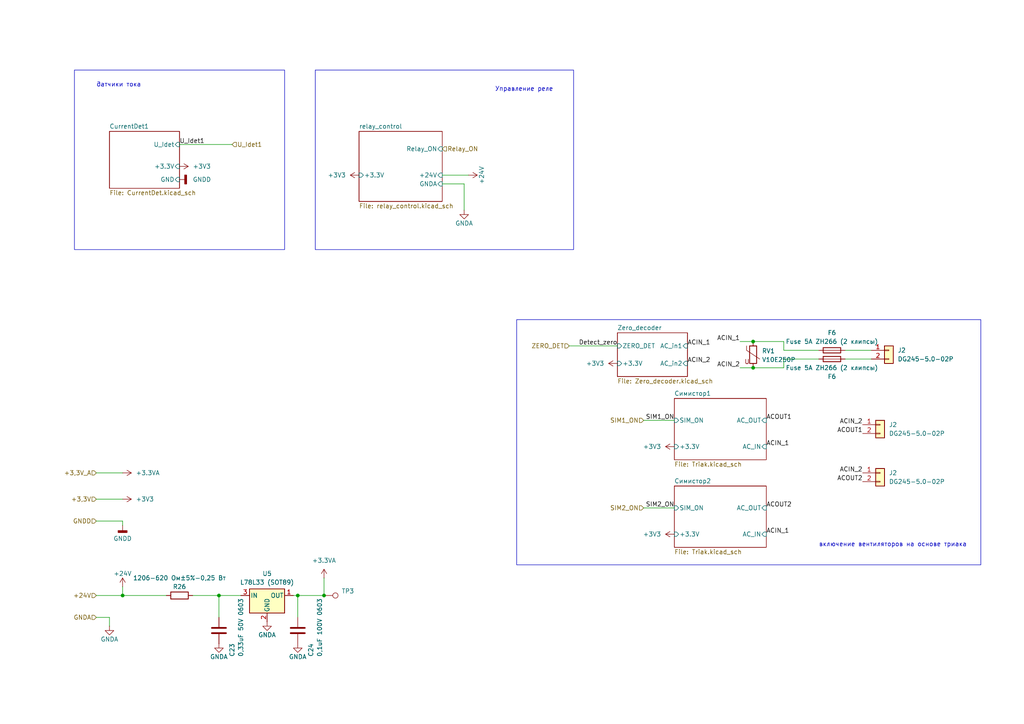
<source format=kicad_sch>
(kicad_sch (version 20250114) (generator "eeschema") (generator_version "9.0")
  (paper "A4")
  (lib_symbols
    (symbol "Connector:TestPoint" (pin_numbers (hide yes)) (pin_names (offset 0.762) (hide yes))
      (property "Reference" "TP" (at 0 6.858 0))
      (property "Value" "TestPoint" (at 0 5.08 0))
      (symbol "TestPoint_0_1"
        (circle (center 0 3.302) (radius 0.762))
      )
      (symbol "TestPoint_1_1"
        (pin passive line (at 0 0 90) (length 2.54) (name "1") (number "1"))
      )
    )
    (symbol "Connector_Generic:Conn_01x02" (pin_names (offset 1.016) (hide yes))
      (property "Reference" "J" (at 0 2.54 0))
      (property "Value" "Conn_01x02" (at 0 -5.08 0))
      (symbol "Conn_01x02_1_1"
        (rectangle (start -1.27 1.27) (end 1.27 -3.81) (stroke (width 0.254)) (fill (type background)))
        (rectangle (start -1.27 0.127) (end 0 -0.127) (stroke (width 0.1524)))
        (rectangle (start -1.27 -2.413) (end 0 -2.667) (stroke (width 0.1524)))
        (pin passive line (at -5.08 0 0) (length 3.81) (name "Pin_1") (number "1"))
        (pin passive line (at -5.08 -2.54 0) (length 3.81) (name "Pin_2") (number "2"))
      )
    )
    (symbol "Device:C" (pin_numbers (hide yes)) (pin_names (offset 0.254))
      (property "Reference" "C" (at 0.635 2.54 0))
      (property "Value" "C" (at 0.635 -2.54 0))
      (symbol "C_0_1"
        (polyline (pts (xy -2.032 0.762) (xy 2.032 0.762)) (stroke (width 0.508)))
        (polyline (pts (xy -2.032 -0.762) (xy 2.032 -0.762)) (stroke (width 0.508)))
      )
      (symbol "C_1_1"
        (pin passive line (at 0 3.81 270) (length 2.794) (name "~") (number "1"))
        (pin passive line (at 0 -3.81 90) (length 2.794) (name "~") (number "2"))
      )
    )
    (symbol "Device:Fuse" (pin_numbers (hide yes)) (pin_names (offset 0))
      (property "Reference" "F" (at 2.032 0 90))
      (property "Value" "Fuse" (at -1.905 0 90))
      (symbol "Fuse_0_1"
        (rectangle (start -0.762 -2.54) (end 0.762 2.54) (stroke (width 0.254)))
        (polyline (pts (xy 0 2.54) (xy 0 -2.54)))
      )
      (symbol "Fuse_1_1"
        (pin passive line (at 0 3.81 270) (length 1.27) (name "~") (number "1"))
        (pin passive line (at 0 -3.81 90) (length 1.27) (name "~") (number "2"))
      )
    )
    (symbol "Device:R" (pin_numbers (hide yes)) (pin_names (offset 0))
      (property "Reference" "R" (at 2.032 0 90))
      (property "Value" "R" (at 0 0 90))
      (symbol "R_0_1"
        (rectangle (start -1.016 -2.54) (end 1.016 2.54) (stroke (width 0.254)))
      )
      (symbol "R_1_1"
        (pin passive line (at 0 3.81 270) (length 1.27) (name "~") (number "1"))
        (pin passive line (at 0 -3.81 90) (length 1.27) (name "~") (number "2"))
      )
    )
    (symbol "Device:Varistor" (pin_numbers (hide yes)) (pin_names (offset 0))
      (property "Reference" "RV" (at 3.175 0 90))
      (property "Value" "Varistor" (at -3.175 0 90))
      (symbol "Varistor_0_0"
        (text "U" (at -1.778 -2.032 0) (effects (font (size 1.27 1.27))))
      )
      (symbol "Varistor_0_1"
        (polyline (pts (xy -1.905 2.54) (xy -1.905 1.27) (xy 1.905 -1.27)))
        (rectangle (start -1.016 -2.54) (end 1.016 2.54) (stroke (width 0.254)))
      )
      (symbol "Varistor_1_1"
        (pin passive line (at 0 3.81 270) (length 1.27) (name "~") (number "1"))
        (pin passive line (at 0 -3.81 90) (length 1.27) (name "~") (number "2"))
      )
    )
    (symbol "Regulator_Linear:L78L33_SOT89" (pin_names (offset 0.254))
      (property "Reference" "U" (at -3.81 3.175 0))
      (property "Value" "L78L33_SOT89" (at -0.635 3.175 0))
      (symbol "L78L33_SOT89_0_1"
        (rectangle (start -5.08 1.905) (end 5.08 -5.08) (stroke (width 0.254)) (fill (type background)))
      )
      (symbol "L78L33_SOT89_1_1"
        (pin power_in line (at -7.62 0 0) (length 2.54) (name "IN") (number "3"))
        (pin power_in line (at 0 -7.62 90) (length 2.54) (name "GND") (number "2"))
        (pin power_out line (at 7.62 0 180) (length 2.54) (name "OUT") (number "1"))
      )
    )
    (symbol "power:+24V" (power) (pin_numbers (hide yes)) (pin_names (offset 0) (hide yes))
      (property "Value" "+24V" (at 0 3.556 0))
      (symbol "+24V_0_1"
        (polyline (pts (xy -0.762 1.27) (xy 0 2.54)))
        (polyline (pts (xy 0 2.54) (xy 0.762 1.27)))
        (polyline (pts (xy 0 0) (xy 0 2.54)))
      )
      (symbol "+24V_1_1"
        (pin power_in line (at 0 0 90) (length 0) (name "~") (number "1"))
      )
    )
    (symbol "power:+3.3VA" (power) (pin_numbers (hide yes)) (pin_names (offset 0) (hide yes))
      (property "Value" "+3.3VA" (at 0 3.556 0))
      (symbol "+3.3VA_0_1"
        (polyline (pts (xy -0.762 1.27) (xy 0 2.54)))
        (polyline (pts (xy 0 2.54) (xy 0.762 1.27)))
        (polyline (pts (xy 0 0) (xy 0 2.54)))
      )
      (symbol "+3.3VA_1_1"
        (pin power_in line (at 0 0 90) (length 0) (name "~") (number "1"))
      )
    )
    (symbol "power:+3V3" (power) (pin_numbers (hide yes)) (pin_names (offset 0) (hide yes))
      (property "Value" "+3V3" (at 0 3.556 0))
      (symbol "+3V3_0_1"
        (polyline (pts (xy -0.762 1.27) (xy 0 2.54)))
        (polyline (pts (xy 0 2.54) (xy 0.762 1.27)))
        (polyline (pts (xy 0 0) (xy 0 2.54)))
      )
      (symbol "+3V3_1_1"
        (pin power_in line (at 0 0 90) (length 0) (name "~") (number "1"))
      )
    )
    (symbol "power:GNDA" (power) (pin_numbers (hide yes)) (pin_names (offset 0) (hide yes))
      (property "Value" "GNDA" (at 0 -3.81 0))
      (symbol "GNDA_0_1"
        (polyline (pts (xy 0 0) (xy 0 -1.27) (xy 1.27 -1.27) (xy 0 -2.54) (xy -1.27 -1.27) (xy 0 -1.27)))
      )
      (symbol "GNDA_1_1"
        (pin power_in line (at 0 0 270) (length 0) (name "~") (number "1"))
      )
    )
    (symbol "power:GNDD" (power) (pin_numbers (hide yes)) (pin_names (offset 0) (hide yes))
      (property "Value" "GNDD" (at 0 -3.175 0))
      (symbol "GNDD_0_1"
        (rectangle (start -1.27 -1.524) (end 1.27 -2.032) (stroke (width 0.254)) (fill (type outline)))
        (polyline (pts (xy 0 0) (xy 0 -1.524)))
      )
      (symbol "GNDD_1_1"
        (pin power_in line (at 0 0 270) (length 0) (name "~") (number "1"))
      )
    )
  )
  (rectangle (start 149.86 92.71) (end 284.48 163.83))
  (rectangle (start 91.44 20.32) (end 166.37 72.39))
  (rectangle (start 21.59 20.32) (end 82.55 72.39))
  (text "Управление реле" (at 143.51 26.67 0) (effects (font (size 1.27 1.27)) (justify left bottom)))
  (text "включение вентиляторов на основе триака" (at 237.49 158.75 0) (effects (font (size 1.27 1.27)) (justify left bottom)))
  (text "датчики тока" (at 27.94 25.4 0) (effects (font (size 1.27 1.27)) (justify left bottom)))
  (junction (at 218.44 99.06))
  (junction (at 93.98 172.72))
  (junction (at 35.56 172.72))
  (junction (at 86.36 172.72))
  (junction (at 63.5 172.72))
  (junction (at 218.44 106.68))
  (wire (pts (xy 35.56 170.18) (xy 35.56 172.72)))
  (wire (pts (xy 186.69 121.92) (xy 195.58 121.92)))
  (wire (pts (xy 134.62 60.96) (xy 134.62 53.34)))
  (wire (pts (xy 27.94 151.13) (xy 35.56 151.13)))
  (wire (pts (xy 86.36 179.07) (xy 86.36 172.72)))
  (wire (pts (xy 214.63 106.68) (xy 218.44 106.68)))
  (wire (pts (xy 134.62 53.34) (xy 128.27 53.34)))
  (wire (pts (xy 63.5 172.72) (xy 63.5 179.07)))
  (wire (pts (xy 237.49 104.14) (xy 227.33 104.14)))
  (wire (pts (xy 85.09 172.72) (xy 86.36 172.72)))
  (wire (pts (xy 35.56 172.72) (xy 48.26 172.72)))
  (wire (pts (xy 227.33 104.14) (xy 227.33 106.68)))
  (wire (pts (xy 214.63 99.06) (xy 218.44 99.06)))
  (wire (pts (xy 69.85 172.72) (xy 63.5 172.72)))
  (wire (pts (xy 27.94 172.72) (xy 35.56 172.72)))
  (wire (pts (xy 35.56 151.13) (xy 35.56 152.4)))
  (wire (pts (xy 186.69 147.32) (xy 195.58 147.32)))
  (wire (pts (xy 27.94 179.07) (xy 31.75 179.07)))
  (wire (pts (xy 63.5 172.72) (xy 55.88 172.72)))
  (wire (pts (xy 245.11 101.6) (xy 252.73 101.6)))
  (wire (pts (xy 218.44 106.68) (xy 227.33 106.68)))
  (wire (pts (xy 237.49 101.6) (xy 227.33 101.6)))
  (wire (pts (xy 128.27 50.8) (xy 135.89 50.8)))
  (wire (pts (xy 165.1 100.33) (xy 179.07 100.33)))
  (wire (pts (xy 27.94 144.78) (xy 35.56 144.78)))
  (wire (pts (xy 93.98 167.64) (xy 93.98 172.72)))
  (wire (pts (xy 31.75 179.07) (xy 31.75 181.61)))
  (wire (pts (xy 52.07 41.91) (xy 67.31 41.91)))
  (wire (pts (xy 27.94 137.16) (xy 35.56 137.16)))
  (wire (pts (xy 245.11 104.14) (xy 252.73 104.14)))
  (wire (pts (xy 227.33 101.6) (xy 227.33 99.06)))
  (wire (pts (xy 86.36 172.72) (xy 93.98 172.72)))
  (wire (pts (xy 218.44 99.06) (xy 227.33 99.06)))
  (label "ACOUT1" (at 222.25 121.92 0))
  (label "SIM2_ON" (at 195.58 147.32 180))
  (label "ACIN_2" (at 199.39 105.41 0))
  (label "ACOUT2" (at 250.19 139.7 180))
  (label "ACIN_1" (at 222.25 154.94 0))
  (label "ACIN_1" (at 214.63 99.06 180))
  (label "SIM1_ON" (at 195.58 121.92 180))
  (label "ACIN_1" (at 199.39 100.33 0))
  (label "ACIN_1" (at 222.25 129.54 0))
  (label "ACOUT2" (at 222.25 147.32 0))
  (label "U_Idet1" (at 52.07 41.91 0))
  (label "ACIN_2" (at 250.19 137.16 180))
  (label "Detect_zero" (at 179.07 100.33 180))
  (label "ACIN_2" (at 250.19 123.19 180))
  (label "ACOUT1" (at 250.19 125.73 180))
  (label "ACIN_2" (at 214.63 106.68 180))
  (hierarchical_label "+3,3V" (shape input) (at 27.94 144.78 180))
  (hierarchical_label "+3,3V_A" (shape input) (at 27.94 137.16 180))
  (hierarchical_label "GNDA" (shape input) (at 27.94 179.07 180))
  (hierarchical_label "SIM2_ON" (shape input) (at 186.69 147.32 180))
  (hierarchical_label "Relay_ON" (shape input) (at 128.27 43.18 0))
  (hierarchical_label "GNDD" (shape input) (at 27.94 151.13 180))
  (hierarchical_label "SIM1_ON" (shape input) (at 186.69 121.92 180))
  (hierarchical_label "U_Idet1" (shape input) (at 67.31 41.91 0))
  (hierarchical_label "ZERO_DET" (shape input) (at 165.1 100.33 180))
  (hierarchical_label "+24V" (shape input) (at 27.94 172.72 180))
  (symbol (lib_id "power:GNDA") (at 86.36 186.69 0) (unit 1)
    (property "Reference" "#PWR066" (effects (hide yes)))
    (property "Value" "GNDA" (at 86.36 190.5 0))
    (property "Description" "Power symbol creates a global label with name \"GNDA\" , analog ground" (effects (hide yes)))
    (instances (project "Плата внешних шаговых двигателей" (path "" (reference "#PWR068") (unit 1))) (project "analog_io_board" (path "" (reference "#PWR066") (unit 1))) (project "Плата фото светодиоды" (path "" (reference "#PWR03") (unit 1))))
  )
  (symbol (lib_id "power:GNDA") (at 31.75 181.61 0) (unit 1)
    (property "Reference" "#PWR064" (effects (hide yes)))
    (property "Value" "GNDA" (at 31.75 185.42 0))
    (property "Description" "Power symbol creates a global label with name \"GNDA\" , analog ground" (effects (hide yes)))
    (instances (project "Плата внешних шаговых двигателей" (path "" (reference "#PWR067") (unit 1))) (project "analog_io_board" (path "" (reference "#PWR064") (unit 1))) (project "Плата фото светодиоды" (path "" (reference "#PWR03") (unit 1))))
  )
  (symbol (lib_id "Connector_Generic:Conn_01x02") (at 257.81 101.6 0) (unit 1)
    (property "Reference" "J2" (at 260.35 101.6 0) (effects (justify left)))
    (property "Value" "DG245-5.0-02P" (at 260.35 104.14 0) (effects (justify left)))
    (property "Footprint" "Connector:DG245-5.0-02P" (effects (hide yes)))
    (property "Description" "Generic connector, single row, 01x02, script generated (kicad-library-utils/schlib/autogen/connector/)" (effects (hide yes)))
  )
  (symbol (lib_id "power:GNDA") (at 63.5 186.69 0) (unit 1)
    (property "Reference" "#PWR065" (effects (hide yes)))
    (property "Value" "GNDA" (at 63.5 190.5 0))
    (property "Description" "Power symbol creates a global label with name \"GNDA\" , analog ground" (effects (hide yes)))
    (instances (project "Плата внешних шаговых двигателей" (path "" (reference "#PWR067") (unit 1))) (project "analog_io_board" (path "" (reference "#PWR065") (unit 1))) (project "Плата фото светодиоды" (path "" (reference "#PWR03") (unit 1))))
  )
  (symbol (lib_id "Device:Varistor") (at 218.44 102.87 0) (unit 1)
    (property "Reference" "RV1" (at 220.98 101.7933 0) (effects (justify left)))
    (property "Value" "V10E250P" (at 220.98 104.3333 0) (effects (justify left)))
    (property "Footprint" "Varistor:RV_Disc_D12mm_W5.8mm_P7.5mm" (effects (hide yes)))
    (property "Description" "Voltage dependent resistor" (effects (hide yes)))
    (property "Sim.Name" "kicad_builtin_varistor" (effects (hide yes)))
    (property "Sim.Device" "SUBCKT" (effects (hide yes)))
    (property "Sim.Pins" "1=A 2=B" (effects (hide yes)))
    (property "Sim.Params" "threshold=1k" (effects (hide yes)))
    (property "Sim.Library" "${KICAD9_SYMBOL_DIR}/Simulation_SPICE.sp" (effects (hide yes)))
  )
  (symbol (lib_id "power:+24V") (at 135.89 50.8 270) (unit 1)
    (property "Reference" "#PWR052" (effects (hide yes)))
    (property "Value" "+24V" (at 139.7 50.8 0))
    (property "Description" "Power symbol creates a global label with name \"+24V\"" (effects (hide yes)))
    (instances (project "Плата внешних шаговых двигателей" (path "" (reference "#PWR032") (unit 1)) (path "" (reference "#PWR059") (unit 1))) (project "analog_io_board" (path "" (reference "#PWR052") (unit 1))))
  )
  (symbol (lib_id "power:+3V3") (at 195.58 129.54 90) (unit 1)
    (property "Reference" "#PWR056" (effects (hide yes)))
    (property "Value" "+3V3" (at 191.77 129.54 90) (effects (justify left)))
    (property "Description" "Power symbol creates a global label with name \"+3V3\"" (effects (hide yes)))
    (instances (project "Плата дискретных входов" (path "" (reference "#PWR029") (unit 1))) (project "analog_io_board" (path "" (reference "#PWR056") (unit 1))))
  )
  (symbol (lib_id "Device:Fuse") (at 241.3 104.14 90) (mirror x) (unit 1)
    (property "Reference" "F3" (at 241.3 109.22 90))
    (property "Value" "Fuse 5A ZH266 (2 клипсы)" (at 241.3 106.68 90))
    (property "Footprint" "Fuse:Fuseholder_100_series_5x20mm_D1,5" (effects (hide yes)))
    (property "Description" "Fuse" (effects (hide yes)))
    (instances (project "Плата симистров" (path "" (reference "F6") (unit 1))) (project "analog_io_board" (path "" (reference "F3") (unit 1))))
  )
  (symbol (lib_id "power:+3V3") (at 52.07 48.26 270) (unit 1)
    (property "Reference" "#PWR050" (effects (hide yes)))
    (property "Value" "+3V3" (at 55.88 48.26 90) (effects (justify left)))
    (property "Description" "Power symbol creates a global label with name \"+3V3\"" (effects (hide yes)))
    (instances (project "Плата дискретных входов" (path "" (reference "#PWR017") (unit 1))) (project "analog_io_board" (path "" (reference "#PWR050") (unit 1))))
  )
  (symbol (lib_id "Connector:TestPoint") (at 93.98 172.72 270) (unit 1) (in_bom no)
    (property "Reference" "TP16" (at 99.06 171.45 90) (effects (justify left)))
    (property "Value" "TestPoint" (effects (hide yes)))
    (property "Footprint" "TestPoint:TestPoint_Pad_D1.0mm" (effects (hide yes)))
    (property "Description" "test point" (effects (hide yes)))
    (instances (project "Плата внешних шаговых двигателей" (path "" (reference "TP3") (unit 1))) (project "analog_io_board" (path "" (reference "TP16") (unit 1))))
  )
  (symbol (lib_id "power:GNDD") (at 52.07 52.07 90) (unit 1)
    (property "Reference" "#PWR053" (effects (hide yes)))
    (property "Value" "GNDD" (at 55.88 52.0699 90) (effects (justify right)))
    (property "Description" "Power symbol creates a global label with name \"GNDD\" , digital ground" (effects (hide yes)))
    (instances (project "Плата дискретных входов" (path "" (reference "#PWR07") (unit 1))) (project "analog_io_board" (path "" (reference "#PWR053") (unit 1))))
  )
  (symbol (lib_id "power:+3V3") (at 35.56 144.78 270) (unit 1)
    (property "Reference" "#PWR058" (effects (hide yes)))
    (property "Value" "+3V3" (at 39.37 144.78 90) (effects (justify left)))
    (property "Description" "Power symbol creates a global label with name \"+3V3\"" (effects (hide yes)))
    (instances (project "Плата дискретных входов" (path "" (reference "#PWR017") (unit 1))) (project "analog_io_board" (path "" (reference "#PWR058") (unit 1))))
  )
  (symbol (lib_id "Device:R") (at 52.07 172.72 270) (unit 1)
    (property "Reference" "R9" (at 52.07 170.18 90))
    (property "Value" "1206-620 Ом±5%-0,25 Вт" (at 52.07 167.64 90))
    (property "Footprint" "Resistor_SMD:R_1206_3216Metric" (effects (hide yes)))
    (property "Description" "Resistor" (effects (hide yes)))
    (instances (project "Плата внешних шаговых двигателей" (path "" (reference "R26") (unit 1)) (path "" (reference "R47") (unit 1)) (path "" (reference "R29") (unit 1))) (project "analog_io_board" (path "" (reference "R9") (unit 1))))
  )
  (symbol (lib_id "Device:C") (at 63.5 182.88 0) (unit 1)
    (property "Reference" "C18" (at 67.31 190.5 90) (effects (justify left)))
    (property "Value" "0,33uF 50V 0603" (at 69.85 190.5 90) (effects (justify left)))
    (property "Footprint" "Capacitor_SMD:C_0603_1608Metric" (effects (hide yes)))
    (property "Description" "Unpolarized capacitor" (effects (hide yes)))
    (instances (project "Плата внешних шаговых двигателей" (path "" (reference "C23") (unit 1))) (project "analog_io_board" (path "" (reference "C18") (unit 1))))
  )
  (symbol (lib_id "power:+3V3") (at 104.14 50.8 90) (unit 1)
    (property "Reference" "#PWR051" (effects (hide yes)))
    (property "Value" "+3V3" (at 100.33 50.8 90) (effects (justify left)))
    (property "Description" "Power symbol creates a global label with name \"+3V3\"" (effects (hide yes)))
    (instances (project "Плата дискретных входов" (path "" (reference "#PWR017") (unit 1))) (project "analog_io_board" (path "" (reference "#PWR051") (unit 1))))
  )
  (symbol (lib_id "Connector_Generic:Conn_01x02") (at 255.27 137.16 0) (unit 1)
    (property "Reference" "J4" (at 257.81 137.16 0) (effects (justify left)))
    (property "Value" "DG245-5.0-02P" (at 257.81 139.7 0) (effects (justify left)))
    (property "Footprint" "Connector:DG245-5.0-02P" (effects (hide yes)))
    (property "Description" "Generic connector, single row, 01x02, script generated (kicad-library-utils/schlib/autogen/connector/)" (effects (hide yes)))
    (instances (project "Плата симистров" (path "" (reference "J2") (unit 1))) (project "analog_io_board" (path "" (reference "J4") (unit 1))))
  )
  (symbol (lib_id "power:+24V") (at 35.56 170.18 0) (unit 1)
    (property "Reference" "#PWR062" (effects (hide yes)))
    (property "Value" "+24V" (at 35.56 166.37 0))
    (property "Description" "Power symbol creates a global label with name \"+24V\"" (effects (hide yes)))
    (instances (project "Плата внешних шаговых двигателей" (path "" (reference "#PWR032") (unit 1)) (path "" (reference "#PWR059") (unit 1))) (project "analog_io_board" (path "" (reference "#PWR062") (unit 1))))
  )
  (symbol (lib_id "Connector_Generic:Conn_01x02") (at 255.27 123.19 0) (unit 1)
    (property "Reference" "J3" (at 257.81 123.19 0) (effects (justify left)))
    (property "Value" "DG245-5.0-02P" (at 257.81 125.73 0) (effects (justify left)))
    (property "Footprint" "Connector:DG245-5.0-02P" (effects (hide yes)))
    (property "Description" "Generic connector, single row, 01x02, script generated (kicad-library-utils/schlib/autogen/connector/)" (effects (hide yes)))
    (instances (project "Плата симистров" (path "" (reference "J2") (unit 1))) (project "analog_io_board" (path "" (reference "J3") (unit 1))))
  )
  (symbol (lib_id "power:+3V3") (at 195.58 154.94 90) (unit 1)
    (property "Reference" "#PWR060" (effects (hide yes)))
    (property "Value" "+3V3" (at 191.77 154.94 90) (effects (justify left)))
    (property "Description" "Power symbol creates a global label with name \"+3V3\"" (effects (hide yes)))
    (instances (project "Плата дискретных входов" (path "" (reference "#PWR029") (unit 1))) (project "analog_io_board" (path "" (reference "#PWR060") (unit 1))))
  )
  (symbol (lib_id "Device:C") (at 86.36 182.88 0) (unit 1)
    (property "Reference" "C19" (at 90.17 190.5 90) (effects (justify left)))
    (property "Value" "0,1uF 100V 0603" (at 92.71 190.5 90) (effects (justify left)))
    (property "Footprint" "Capacitor_SMD:C_0603_1608Metric" (effects (hide yes)))
    (property "Description" "Unpolarized capacitor" (effects (hide yes)))
    (instances (project "Плата внешних шаговых двигателей" (path "" (reference "C24") (unit 1))) (project "analog_io_board" (path "" (reference "C19") (unit 1))))
  )
  (symbol (lib_id "power:+3.3VA") (at 93.98 167.64 0) (unit 1)
    (property "Reference" "#PWR061" (effects (hide yes)))
    (property "Value" "+3.3VA" (at 93.98 162.56 0))
    (property "Description" "Power symbol creates a global label with name \"+3.3VA\"" (effects (hide yes)))
  )
  (symbol (lib_id "Device:Fuse") (at 241.3 101.6 270) (unit 1)
    (property "Reference" "F2" (at 241.3 96.52 90))
    (property "Value" "Fuse 5A ZH266 (2 клипсы)" (at 241.3 99.06 90))
    (property "Footprint" "Fuse:Fuseholder_100_series_5x20mm_D1,5" (effects (hide yes)))
    (property "Description" "Fuse" (effects (hide yes)))
    (instances (project "Плата симистров" (path "" (reference "F6") (unit 1))) (project "analog_io_board" (path "" (reference "F2") (unit 1))))
  )
  (symbol (lib_id "power:GNDA") (at 77.47 180.34 0) (unit 1)
    (property "Reference" "#PWR063" (effects (hide yes)))
    (property "Value" "GNDA" (at 77.47 184.15 0))
    (property "Description" "Power symbol creates a global label with name \"GNDA\" , analog ground" (effects (hide yes)))
    (instances (project "Плата внешних шаговых двигателей" (path "" (reference "#PWR063") (unit 1))) (project "analog_io_board" (path "" (reference "#PWR063") (unit 1))) (project "Плата фото светодиоды" (path "" (reference "#PWR03") (unit 1))))
  )
  (symbol (lib_id "power:GNDA") (at 134.62 60.96 0) (unit 1)
    (property "Reference" "#PWR054" (effects (hide yes)))
    (property "Value" "GNDA" (at 134.62 64.77 0))
    (property "Description" "Power symbol creates a global label with name \"GNDA\" , analog ground" (effects (hide yes)))
    (instances (project "Плата внешних шаговых двигателей" (path "" (reference "#PWR068") (unit 1))) (project "analog_io_board" (path "" (reference "#PWR054") (unit 1))) (project "Плата фото светодиоды" (path "" (reference "#PWR03") (unit 1))))
  )
  (symbol (lib_id "power:+3V3") (at 179.07 105.41 90) (unit 1)
    (property "Reference" "#PWR055" (effects (hide yes)))
    (property "Value" "+3V3" (at 175.26 105.41 90) (effects (justify left)))
    (property "Description" "Power symbol creates a global label with name \"+3V3\"" (effects (hide yes)))
    (instances (project "Плата дискретных входов" (path "" (reference "#PWR029") (unit 1))) (project "analog_io_board" (path "" (reference "#PWR055") (unit 1))))
  )
  (symbol (lib_id "power:GNDD") (at 35.56 152.4 0) (unit 1)
    (property "Reference" "#PWR059" (effects (hide yes)))
    (property "Value" "GNDD" (at 35.56 156.21 0))
    (property "Description" "Power symbol creates a global label with name \"GNDD\" , digital ground" (effects (hide yes)))
    (instances (project "Плата дискретных входов" (path "" (reference "#PWR07") (unit 1))) (project "analog_io_board" (path "" (reference "#PWR059") (unit 1))))
  )
  (symbol (lib_id "power:+3.3VA") (at 35.56 137.16 270) (unit 1)
    (property "Reference" "#PWR057" (effects (hide yes)))
    (property "Value" "+3.3VA" (at 39.37 137.1599 90) (effects (justify left)))
    (property "Description" "Power symbol creates a global label with name \"+3.3VA\"" (effects (hide yes)))
  )
  (symbol (lib_id "Regulator_Linear:L78L33_SOT89") (at 77.47 172.72 0) (unit 1)
    (property "Reference" "U5" (at 77.47 166.37 0))
    (property "Value" "L78L33 (SOT89)" (at 77.47 168.91 0))
    (property "Footprint" "Package_TO_SOT_SMD:SOT-89-3" (effects (hide yes)))
    (property "Datasheet" "http://www.st.com/content/ccc/resource/technical/document/datasheet/15/55/e5/aa/23/5b/43/fd/CD00000446.pdf/files/CD00000446.pdf/jcr:content/translations/en.CD00000446.pdf" (effects (hide yes)))
    (property "Description" "Positive 100mA 30V Linear Regulator, Fixed Output 3.3V, SOT-89" (effects (hide yes)))
  )
  (sheet (at 195.58 115.57) (size 26.67 17.78) (stroke (width 0.1524))
    (property "Sheetname" "Симистор1" (at 195.58 114.8584 0) (effects (justify left bottom)))
    (property "Sheetfile" "Triak.kicad_sch" (at 195.58 133.9346 0) (effects (justify left top)))
    (pin "AC_OUT" input (at 222.25 121.92 0))
    (pin "AC_IN" input (at 222.25 129.54 0))
    (pin "SIM_ON" input (at 195.58 121.92 180))
    (pin "+3.3V" input (at 195.58 129.54 180))
  )
  (sheet (at 195.58 140.97) (size 26.67 17.78) (stroke (width 0.1524))
    (property "Sheetname" "Симистор2" (at 195.58 140.2584 0) (effects (justify left bottom)))
    (property "Sheetfile" "Triak.kicad_sch" (at 195.58 159.3346 0) (effects (justify left top)))
    (pin "AC_OUT" input (at 222.25 147.32 0))
    (pin "AC_IN" input (at 222.25 154.94 0))
    (pin "SIM_ON" input (at 195.58 147.32 180))
    (pin "+3.3V" input (at 195.58 154.94 180))
  )
  (sheet (at 104.14 38.1) (size 24.13 20.32) (stroke (width 0.1524))
    (property "Sheetname" "relay_control" (at 104.14 37.3884 0) (effects (justify left bottom)))
    (property "Sheetfile" "relay_control.kicad_sch" (at 104.14 59.0046 0) (effects (justify left top)))
    (pin "Relay_ON" input (at 128.27 43.18 0))
    (pin "+24V" input (at 128.27 50.8 0))
    (pin "GNDA" input (at 128.27 53.34 0))
    (pin "+3.3V" input (at 104.14 50.8 180))
  )
  (sheet (at 179.07 96.52) (size 20.32 12.7) (stroke (width 0.1524))
    (property "Sheetname" "Zero_decoder" (at 179.07 95.8084 0) (effects (justify left bottom)))
    (property "Sheetfile" "Zero_decoder.kicad_sch" (at 179.07 109.8046 0) (effects (justify left top)))
    (pin "+3.3V" input (at 179.07 105.41 180))
    (pin "ZERO_DET" input (at 179.07 100.33 180))
    (pin "AC_in1" input (at 199.39 100.33 0))
    (pin "AC_in2" input (at 199.39 105.41 0))
  )
  (sheet (at 31.75 38.1) (size 20.32 16.51) (stroke (width 0.1524))
    (property "Sheetname" "CurrentDet1" (at 31.75 37.3884 0) (effects (justify left bottom)))
    (property "Sheetfile" "CurrentDet.kicad_sch" (at 31.75 55.1946 0) (effects (justify left top)))
    (pin "U_Idet" input (at 52.07 41.91 0))
    (pin "GND" input (at 52.07 52.07 0))
    (pin "+3.3V" input (at 52.07 48.26 0))
  )
)
</source>
